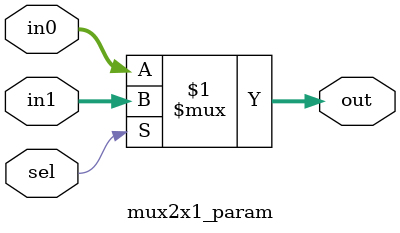
<source format=sv>

module mux2x1_assign (
    input  logic in0,
    input  logic in1,
    input  logic sel,
    output logic out
);
  // 三項演算子を使用した連続代入
  // sel=1のときin1、sel=0のときin0を出力
  assign out = sel ? in1 : in0;

  // 明示的な比較も可能
  // assign out = (sel == 1'b1) ? in1 : in0;

endmodule : mux2x1_assign


// ============================================================================
// 方法2: always_combブロックとif文
// ============================================================================
module mux2x1_if (
    input  logic in0,
    input  logic in1,
    input  logic sel,
    output logic out
);
  // always_comb: 組み合わせ回路専用のブロック
  // - 自動的に感度リストを生成（in0, in1, selの変化を検知）
  // - ブロッキング代入(=)を使用
  // - VHDL 2008の process(all) に相当

  always_comb begin
    if (sel == 1'b0) begin
      out = in0;
    end else begin
      out = in1;
    end
  end

  // シンプルな書き方（begin-endは省略可能）
  // always_comb
  //     if (sel) out = in1;
  //     else out = in0;

endmodule : mux2x1_if


// ============================================================================
// 方法3: always @(*) ブロック（古いスタイル）
// ============================================================================
module mux2x1_always (
    input  logic in0,
    input  logic in1,
    input  logic sel,
    output logic out
);
  // always @(*): 汎用的なalwaysブロック
  // - (*) は右辺の全信号を感度リストに含める
  // - always_combより古い書き方だが、まだ広く使われている

  always @(*) begin
    if (sel == 1'b0) begin
      out = in0;
    end else begin
      out = in1;
    end
  end

  // 注意: always @(sel, in0, in1) のように明示的に書くと
  // 信号を追加したときに更新忘れのバグが発生しやすい

endmodule : mux2x1_always


// ============================================================================
// 方法4: case文による記述
// ============================================================================
module mux2x1_case (
    input  logic in0,
    input  logic in1,
    input  logic sel,
    output logic out
);
  // case文: 複数の選択肢がある場合に便利
  // 2:1 muxではif文の方が自然だが、学習のため示す

  always_comb begin
    case (sel)
      1'b0: out = in0;
      1'b1: out = in1;
      default: out = 1'bx;  // 本来は起こらないが、完全性のため
    endcase
  end

  // case文のバリエーション:
  // - case: 等価比較（===）、x/zも厳密に比較
  // - casez: z(?)をdon't careとして扱う
  // - casex: x/z両方をdon't careとして扱う（非推奨）

endmodule : mux2x1_case


// ============================================================================
// 方法5: ラッチを意図的に避ける例
// ============================================================================
module mux2x1_no_latch (
    input  logic in0,
    input  logic in1,
    input  logic sel,
    output logic out
);
  // ベストプラクティス: デフォルト値を設定してラッチを防ぐ

  always_comb begin
    // デフォルト値を先に設定
    out = in0;

    // 条件に応じて上書き
    if (sel == 1'b1) begin
      out = in1;
    end
    // else節がなくてもラッチは生成されない（デフォルト値があるため）
  end

endmodule : mux2x1_no_latch


// ============================================================================
// 発展例: パラメータ化された幅可変マルチプレクサ
// ============================================================================
module mux2x1_param #(
    parameter int WIDTH = 8  // データ幅をパラメータ化
) (
    input  logic [WIDTH-1:0] in0,
    input  logic [WIDTH-1:0] in1,
    input  logic             sel,
    output logic [WIDTH-1:0] out
);
  // パラメータを使うことで、任意のビット幅に対応可能
  assign out = sel ? in1 : in0;

  // 使用例:
  // mux2x1_param #(.WIDTH(32)) mux32 (.in0(a), .in1(b), .sel(s), .out(y));
  // mux2x1_param #(16) mux16 (.in0(c), .in1(d), .sel(s), .out(z));

endmodule : mux2x1_param


// ============================================================================
// よくある間違い例（コメントアウト）
// ============================================================================
/*
module mux2x1_bad_latch (
    input  logic in0,
    input  logic in1,
    input  logic sel,
    output logic out
);
    // 間違い1: 不完全な条件分岐 → ラッチが生成される!
    always_comb begin
        if (sel == 1'b1) begin
            out = in1;
        end
        // else節がないため、sel=0のときoutは前の値を保持 → ラッチ!
    end
endmodule

module mux2x1_bad_sensitivity (
    input  logic in0,
    input  logic in1,
    input  logic sel,
    output logic out
);
    // 間違い2: 不完全な感度リスト（古いスタイルで発生しやすい）
    always @(sel, in0) begin  // in1が抜けている!
        if (sel) out = in1;
        else out = in0;
        // 合成は正しいがシミュレーション結果が不正確になる
    end
    // 対策: always_combを使う、または @(*) を使う
endmodule
*/

// ============================================================================
// 学習ポイントまとめ
// ============================================================================
// 1. assign文: 単純な組み合わせ回路に最適
// 2. always_comb: 複雑な組み合わせ回路に推奨（感度リスト自動生成）
// 3. if文: 優先度がある選択に適している
// 4. case文: 等価比較による選択に適している
// 5. デフォルト値設定: ラッチ生成を防ぐ重要なテクニック
// 6. パラメータ: 再利用性と汎用性を高める

</source>
